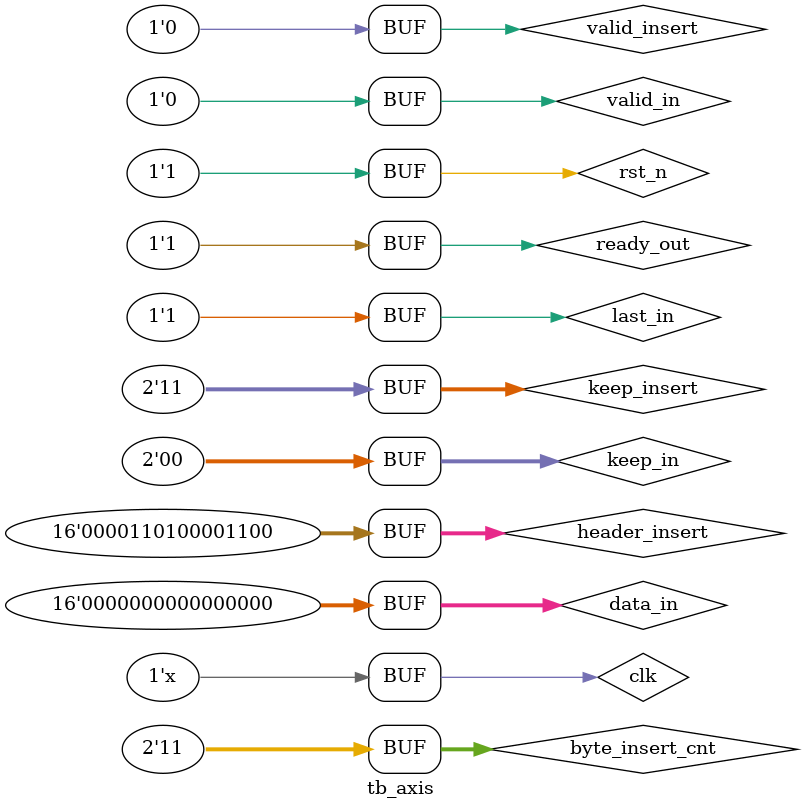
<source format=v>
`timescale 1ns / 1ps


module tb_axis(

    );
    localparam DATA_WD = 16;
    localparam DATA_BYTE_WD = DATA_WD / 8;
    localparam BYTE_CNT_WD = $clog2(DATA_BYTE_WD);
    
    
reg clk=1'b0;
reg rst_n;
    reg valid_in;
    reg [DATA_WD-1 : 0] data_in;
    reg [DATA_BYTE_WD-1 : 0] keep_in;
    reg last_in;
    wire ready_in;
    
    wire valid_out;
    wire [DATA_WD-1 : 0] data_out;
    wire [DATA_BYTE_WD-1 : 0] keep_out;
    wire last_out;
    reg ready_out;

    reg valid_insert;
    reg [DATA_WD-1 : 0] header_insert;
    reg [DATA_BYTE_WD-1 : 0] keep_insert;
    reg [BYTE_CNT_WD : 0] byte_insert_cnt;
    wire ready_insert;
    
initial begin
    rst_n=1'b0;
    
    #30
    rst_n=1'b1;
    #10
    header_insert = 32'h0F0E00D0C;
    keep_insert =4'b0111;
    byte_insert_cnt = 3'b011;
    valid_insert = 1'b1;
    #10
    valid_insert=1'b0;
    #10
    ready_out = 1'b1;
    valid_in = 1'b1;
    data_in = 32'h0A0B0C0D;
    keep_in = 4'b1111;
    last_in = 1'b0;
    #10
    valid_in = 1'b1;
    data_in = 32'h0E0F0001;
    keep_in = 4'b1111;
    last_in = 1'b0;
    #10
    valid_in = 1'b1;
    data_in = 32'h02030405;
    keep_in = 4'b1111;
    last_in = 1'b0;
    #10
    valid_in = 1'b1;
    data_in = 32'h06070809;
    keep_in = 4'b1111;
    last_in = 1'b0;
    #10
    valid_in = 1'b1;
    data_in = 32'h0A0B0B0B;
    keep_in = 4'b1000;
    last_in = 1'b1;
    #10
    valid_in = 1'b0;
    data_in = 32'h0000;
end


always #5 clk <= ~clk;

axi_stream_insert_header #(
     .DATA_WD(DATA_WD),
     .DATA_BYTE_WD(DATA_BYTE_WD),
     .BYTE_CNT_WD(BYTE_CNT_WD)
) 
axi_stream_insert_header(
    .clk         (clk),
    .rst_n       (rst_n),
              
    .valid_in    (valid_in),
    .data_in     (data_in ),
    .keep_in     (keep_in ),
    .last_in     (last_in ),
    .ready_in    (ready_in),
              
    .valid_out   (valid_out),
    .data_out    (data_out ),
    .keep_out    (keep_out ),
    .last_out    (last_out ),
    .ready_out   (ready_out),
   
    .valid_insert    (valid_insert   ),
    .header_insert   (header_insert  ),
    .keep_insert     (keep_insert    ),
    .byte_insert_cnt (byte_insert_cnt),
    .ready_insert    (ready_insert   )
);

endmodule

</source>
